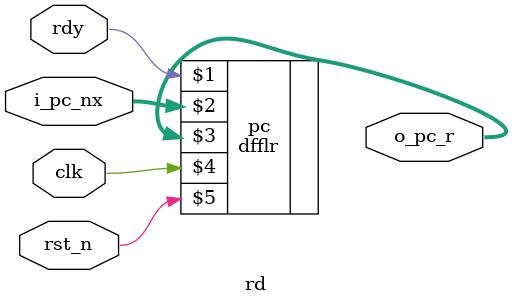
<source format=v>
module rd(
    input              clk,
    input              rst_n,

    input              rdy,//没有val，PC单周期必定准备好的。

    input       [32:0] i_pc_nx,
    output wire [32:0] o_pc_r
);
    dfflr #(32, 32'b0) pc (rdy, i_pc_nx, o_pc_r, clk, rst_n);
endmodule
</source>
